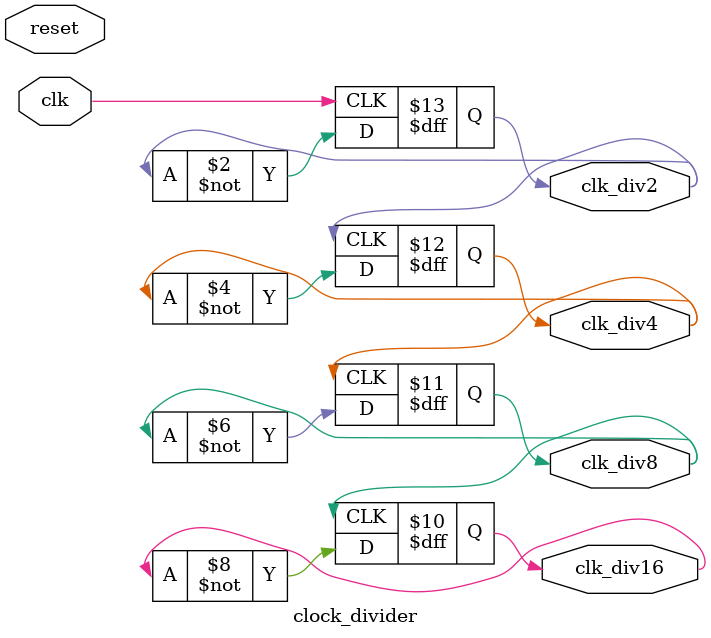
<source format=v>
module clock_divider(
    input  clk,
    input reset,
    //using reg because we want to make non blocking assignments
    output reg clk_div2,
    output reg clk_div4,
    output reg clk_div8,
    output reg clk_div16
);

initial begin
    clk_div2 = 0;
    clk_div4 = 0;
    clk_div8 = 0;
    clk_div16 = 0;
end
always @(posedge clk)
    clk_div2 <= ~clk_div2;


always @(posedge clk_div2)
    clk_div4 <= ~clk_div4;

always @(posedge clk_div4)
    clk_div8 <= ~clk_div8;


always @(posedge clk_div8)
    clk_div16 <= ~clk_div16;


endmodule

</source>
